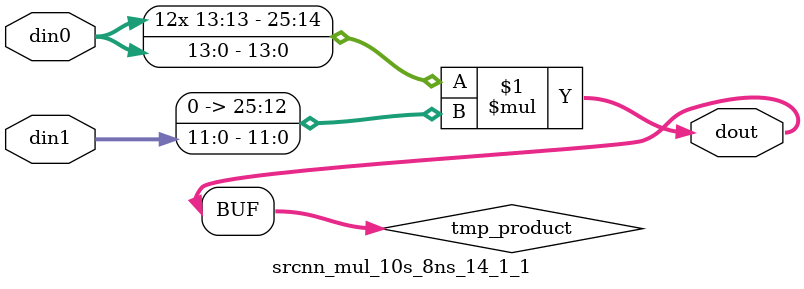
<source format=v>

`timescale 1 ns / 1 ps

  module srcnn_mul_10s_8ns_14_1_1(din0, din1, dout);
parameter ID = 1;
parameter NUM_STAGE = 0;
parameter din0_WIDTH = 14;
parameter din1_WIDTH = 12;
parameter dout_WIDTH = 26;

input [din0_WIDTH - 1 : 0] din0; 
input [din1_WIDTH - 1 : 0] din1; 
output [dout_WIDTH - 1 : 0] dout;

wire signed [dout_WIDTH - 1 : 0] tmp_product;












assign tmp_product = $signed(din0) * $signed({1'b0, din1});









assign dout = tmp_product;







endmodule

</source>
